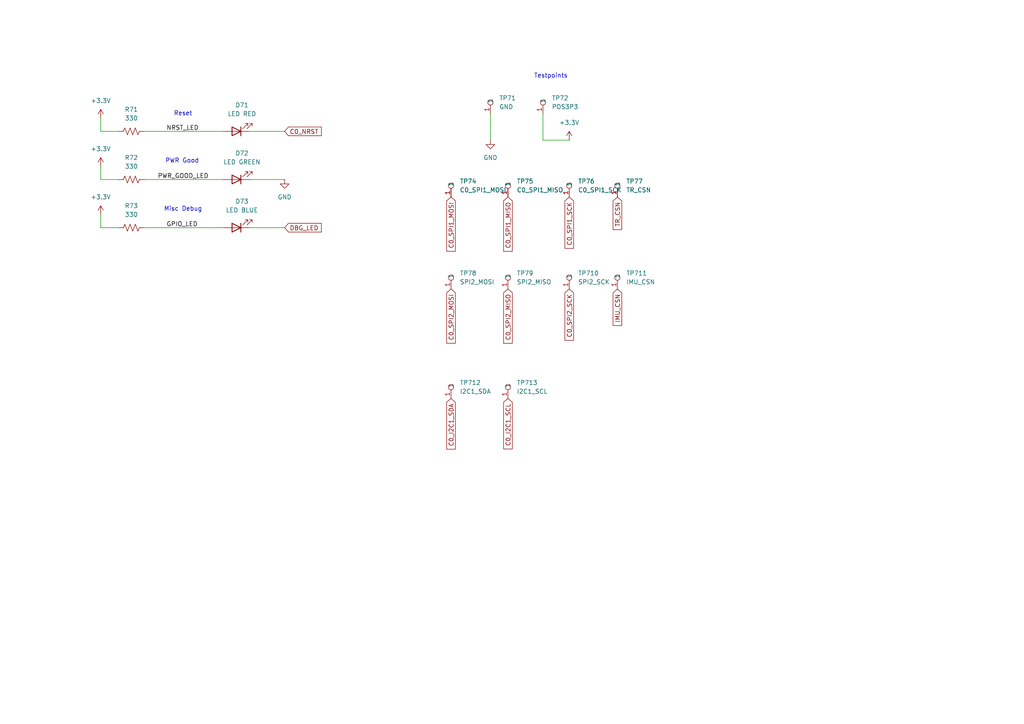
<source format=kicad_sch>
(kicad_sch (version 20250114) (generator "eeschema") (generator_version "9.0")
  (paper "A4")
  (title_block (title "Debug") (date "2026-01-30") (rev "0-1"))
  (lib_symbols
    (symbol "Device:LED" (pin_numbers (hide yes)) (pin_names (offset 1.016) (hide yes))
      (property "Reference" "D" (at 0 2.54 0))
      (property "Value" "LED" (at 0 -2.54 0))
      (symbol "LED_0_1"
        (polyline (pts (xy -3.048 -0.762) (xy -4.572 -2.286) (xy -3.81 -2.286) (xy -4.572 -2.286) (xy -4.572 -1.524)))
        (polyline (pts (xy -1.778 -0.762) (xy -3.302 -2.286) (xy -2.54 -2.286) (xy -3.302 -2.286) (xy -3.302 -1.524)))
        (polyline (pts (xy -1.27 0) (xy 1.27 0)))
        (polyline (pts (xy -1.27 -1.27) (xy -1.27 1.27)) (stroke (width 0.254)))
        (polyline (pts (xy 1.27 -1.27) (xy 1.27 1.27) (xy -1.27 0) (xy 1.27 -1.27)) (stroke (width 0.254)))
      )
      (symbol "LED_1_1"
        (pin passive line (at -3.81 0 0) (length 2.54) (name "K") (number "1"))
        (pin passive line (at 3.81 0 180) (length 2.54) (name "A") (number "2"))
      )
    )
    (symbol "Device:R_US" (pin_numbers (hide yes)) (pin_names (offset 0))
      (property "Reference" "R" (at 2.54 0 90))
      (property "Value" "R_US" (at -2.54 0 90))
      (symbol "R_US_0_1"
        (polyline (pts (xy 0 2.286) (xy 0 2.54)))
        (polyline (pts (xy 0 2.286) (xy 1.016 1.905) (xy 0 1.524) (xy -1.016 1.143) (xy 0 0.762)))
        (polyline (pts (xy 0 0.762) (xy 1.016 0.381) (xy 0 0) (xy -1.016 -0.381) (xy 0 -0.762)))
        (polyline (pts (xy 0 -0.762) (xy 1.016 -1.143) (xy 0 -1.524) (xy -1.016 -1.905) (xy 0 -2.286)))
        (polyline (pts (xy 0 -2.286) (xy 0 -2.54)))
      )
      (symbol "R_US_1_1"
        (pin passive line (at 0 3.81 270) (length 1.27) (name "~") (number "1"))
        (pin passive line (at 0 -3.81 90) (length 1.27) (name "~") (number "2"))
      )
    )
    (symbol "Global:Testpoint"
      (property "Reference" "TP" (at 0 5.334 0))
      (symbol "Testpoint_0_1"
        (circle (center 0 3.302) (radius 0.762))
      )
      (symbol "Testpoint_1_1"
        (pin passive line (at 0 0 90) (length 2.54) (name "1") (number "1"))
      )
    )
    (symbol "power:+3.3V" (power) (pin_numbers (hide yes)) (pin_names (offset 0) (hide yes))
      (property "Value" "+3.3V" (at 0 3.556 0))
      (symbol "+3.3V_0_1"
        (polyline (pts (xy -0.762 1.27) (xy 0 2.54)))
        (polyline (pts (xy 0 2.54) (xy 0.762 1.27)))
        (polyline (pts (xy 0 0) (xy 0 2.54)))
      )
      (symbol "+3.3V_1_1"
        (pin power_in line (at 0 0 90) (length 0) (name "~") (number "1"))
      )
    )
    (symbol "power:GND" (power) (pin_numbers (hide yes)) (pin_names (offset 0) (hide yes))
      (property "Value" "GND" (at 0 -3.81 0))
      (symbol "GND_0_1"
        (polyline (pts (xy 0 0) (xy 0 -1.27) (xy 1.27 -1.27) (xy 0 -2.54) (xy -1.27 -1.27) (xy 0 -1.27)))
      )
      (symbol "GND_1_1"
        (pin power_in line (at 0 0 270) (length 0) (name "~") (number "1"))
      )
    )
  )
  (text "Misc Debug" (at 53.086 60.706 0) (effects (font (size 1.27 1.27))))
  (text "Reset" (at 53.086 33.02 0) (effects (font (size 1.27 1.27))))
  (text "Testpoints" (at 159.766 22.098 0) (effects (font (size 1.27 1.27))))
  (text "PWR Good" (at 52.832 46.736 0) (effects (font (size 1.27 1.27))))
  (wire (pts (xy 157.48 40.64) (xy 165.1 40.64)))
  (wire (pts (xy 142.24 33.02) (xy 142.24 40.64)))
  (wire (pts (xy 29.21 66.04) (xy 34.29 66.04)))
  (wire (pts (xy 29.21 62.23) (xy 29.21 66.04)))
  (wire (pts (xy 41.91 52.07) (xy 64.77 52.07)))
  (wire (pts (xy 41.91 38.1) (xy 64.77 38.1)))
  (wire (pts (xy 29.21 38.1) (xy 34.29 38.1)))
  (wire (pts (xy 72.39 66.04) (xy 82.55 66.04)))
  (wire (pts (xy 29.21 52.07) (xy 29.21 48.26)))
  (wire (pts (xy 41.91 66.04) (xy 64.77 66.04)))
  (wire (pts (xy 72.39 52.07) (xy 82.55 52.07)))
  (wire (pts (xy 157.48 33.02) (xy 157.48 40.64)))
  (wire (pts (xy 34.29 52.07) (xy 29.21 52.07)))
  (wire (pts (xy 72.39 38.1) (xy 82.55 38.1)))
  (wire (pts (xy 29.21 34.29) (xy 29.21 38.1)))
  (label "GPIO_LED" (at 48.26 66.04 0))
  (label "PWR_GOOD_LED" (at 45.72 52.07 0))
  (label "NRST_LED" (at 48.26 38.1 0))
  (global_label "C0_SPI1_MISO" (shape input) (at 147.32 57.15 270) (property "Intersheetrefs" "${INTERSHEET_REFS}" (at 147.32 73.4399 90) (effects (justify right))))
  (global_label "C0_I2C1_SCL" (shape input) (at 147.32 115.57 270) (property "Intersheetrefs" "${INTERSHEET_REFS}" (at 147.32 130.7713 90) (effects (justify right))))
  (global_label "TR_CSN" (shape input) (at 179.07 57.15 270) (property "Intersheetrefs" "${INTERSHEET_REFS}" (at 179.07 67.1504 90) (effects (justify right))))
  (global_label "C0_SPI2_SCK" (shape input) (at 165.1 83.82 270) (property "Intersheetrefs" "${INTERSHEET_REFS}" (at 165.1 99.2632 90) (effects (justify right))))
  (global_label "IMU_CSN" (shape input) (at 179.07 83.82 270) (property "Intersheetrefs" "${INTERSHEET_REFS}" (at 179.07 94.9695 90) (effects (justify right))))
  (global_label "C0_SPI1_SCK" (shape input) (at 165.1 57.15 270) (property "Intersheetrefs" "${INTERSHEET_REFS}" (at 165.1 72.5932 90) (effects (justify right))))
  (global_label "C0_I2C1_SDA" (shape input) (at 130.81 115.57 270) (property "Intersheetrefs" "${INTERSHEET_REFS}" (at 130.81 130.8318 90) (effects (justify right))))
  (global_label "C0_SPI2_MOSI" (shape input) (at 130.81 83.82 270) (property "Intersheetrefs" "${INTERSHEET_REFS}" (at 130.81 100.1099 90) (effects (justify right))))
  (global_label "DBG_LED" (shape input) (at 82.55 66.04 0) (property "Intersheetrefs" "${INTERSHEET_REFS}" (at 90.3128 66.04 0) (effects (justify left))))
  (global_label "C0_NRST" (shape input) (at 82.55 38.1 0) (property "Intersheetrefs" "${INTERSHEET_REFS}" (at 93.7599 38.1 0) (effects (justify left))))
  (global_label "C0_SPI1_MOSI" (shape input) (at 130.81 57.15 270) (property "Intersheetrefs" "${INTERSHEET_REFS}" (at 130.81 73.4399 90) (effects (justify right))))
  (global_label "C0_SPI2_MISO" (shape input) (at 147.32 83.82 270) (property "Intersheetrefs" "${INTERSHEET_REFS}" (at 147.32 100.1099 90) (effects (justify right))))
  (symbol (lib_id "Global:Testpoint") (at 130.81 57.15 0) (unit 1)
    (property "Reference" "TP74" (at 133.35 52.5779 0) (effects (justify left)))
    (property "Value" "C0_SPI1_MOSI" (at 133.35 55.1179 0) (effects (justify left)))
    (property "Footprint" "Library:Testpoint 1.6mm x 0.8mm" (effects (hide yes)))
  )
  (symbol (lib_id "Global:Testpoint") (at 142.24 33.02 0) (unit 1)
    (property "Reference" "TP71" (at 144.78 28.4479 0) (effects (justify left)))
    (property "Value" "GND" (at 144.78 30.9879 0) (effects (justify left)))
    (property "Footprint" "Library:Testpoint 1.6mm x 0.8mm" (effects (hide yes)))
  )
  (symbol (lib_id "Global:Testpoint") (at 130.81 115.57 0) (unit 1)
    (property "Reference" "TP712" (at 133.35 110.9979 0) (effects (justify left)))
    (property "Value" "I2C1_SDA" (at 133.35 113.5379 0) (effects (justify left)))
    (property "Footprint" "Library:Testpoint 1.6mm x 0.8mm" (effects (hide yes)))
  )
  (symbol (lib_id "power:GND") (at 142.24 40.64 0) (unit 1)
    (property "Reference" "#PWR085" (effects (hide yes)))
    (property "Value" "GND" (at 142.24 45.72 0))
    (property "Description" "Power symbol creates a global label with name \"GND\" , ground" (effects (hide yes)))
  )
  (symbol (lib_id "Global:Testpoint") (at 147.32 83.82 0) (unit 1)
    (property "Reference" "TP79" (at 149.86 79.2479 0) (effects (justify left)))
    (property "Value" "SPI2_MISO" (at 149.86 81.7879 0) (effects (justify left)))
    (property "Footprint" "Library:Testpoint 1.6mm x 0.8mm" (effects (hide yes)))
  )
  (symbol (lib_id "Global:Testpoint") (at 147.32 115.57 0) (unit 1)
    (property "Reference" "TP713" (at 149.86 110.9979 0) (effects (justify left)))
    (property "Value" "I2C1_SCL" (at 149.86 113.5379 0) (effects (justify left)))
    (property "Footprint" "Library:Testpoint 1.6mm x 0.8mm" (effects (hide yes)))
  )
  (symbol (lib_id "Global:Testpoint") (at 130.81 83.82 0) (unit 1)
    (property "Reference" "TP78" (at 133.35 79.2479 0) (effects (justify left)))
    (property "Value" "SPI2_MOSI" (at 133.35 81.7879 0) (effects (justify left)))
    (property "Footprint" "Library:Testpoint 1.6mm x 0.8mm" (effects (hide yes)))
  )
  (symbol (lib_id "Device:R_US") (at 38.1 38.1 90) (unit 1)
    (property "Reference" "R71" (at 38.1 31.75 90))
    (property "Value" "330" (at 38.1 34.29 90))
    (property "Footprint" "Resistor_SMD:R_0402_1005Metric" (effects (hide yes)))
    (property "Description" "Resistor, US symbol" (effects (hide yes)))
  )
  (symbol (lib_id "Global:Testpoint") (at 179.07 83.82 0) (unit 1)
    (property "Reference" "TP711" (at 181.61 79.2479 0) (effects (justify left)))
    (property "Value" "IMU_CSN" (at 181.61 81.7879 0) (effects (justify left)))
    (property "Footprint" "Library:Testpoint 1.6mm x 0.8mm" (effects (hide yes)))
  )
  (symbol (lib_id "Global:Testpoint") (at 165.1 57.15 0) (unit 1)
    (property "Reference" "TP76" (at 167.64 52.5779 0) (effects (justify left)))
    (property "Value" "C0_SPI1_SCK" (at 167.64 55.1179 0) (effects (justify left)))
    (property "Footprint" "Library:Testpoint 1.6mm x 0.8mm" (effects (hide yes)))
  )
  (symbol (lib_id "power:+3.3V") (at 165.1 40.64 0) (unit 1)
    (property "Reference" "#PWR083" (effects (hide yes)))
    (property "Value" "+3.3V" (at 165.1 35.56 0))
    (property "Description" "Power symbol creates a global label with name \"+3.3V\"" (effects (hide yes)))
  )
  (symbol (lib_id "power:+3.3V") (at 29.21 48.26 0) (unit 1)
    (property "Reference" "#PWR051" (effects (hide yes)))
    (property "Value" "+3.3V" (at 29.21 43.18 0))
    (property "Description" "Power symbol creates a global label with name \"+3.3V\"" (effects (hide yes)))
  )
  (symbol (lib_id "power:GND") (at 82.55 52.07 0) (unit 1)
    (property "Reference" "#PWR052" (effects (hide yes)))
    (property "Value" "GND" (at 82.55 57.15 0))
    (property "Description" "Power symbol creates a global label with name \"GND\" , ground" (effects (hide yes)))
  )
  (symbol (lib_id "Device:LED") (at 68.58 38.1 180) (unit 1)
    (property "Reference" "D71" (at 70.1675 30.48 0))
    (property "Value" "LED RED" (at 70.1675 33.02 0))
    (property "Footprint" "LED_SMD:LED_0603_1608Metric" (effects (hide yes)))
    (property "Description" "Light emitting diode" (effects (hide yes)))
    (property "Sim.Pins" "1=K 2=A" (effects (hide yes)))
  )
  (symbol (lib_id "power:+3.3V") (at 29.21 62.23 0) (unit 1)
    (property "Reference" "#PWR053" (effects (hide yes)))
    (property "Value" "+3.3V" (at 29.21 57.15 0))
    (property "Description" "Power symbol creates a global label with name \"+3.3V\"" (effects (hide yes)))
  )
  (symbol (lib_id "Global:Testpoint") (at 165.1 83.82 0) (unit 1)
    (property "Reference" "TP710" (at 167.64 79.2479 0) (effects (justify left)))
    (property "Value" "SPI2_SCK" (at 167.64 81.7879 0) (effects (justify left)))
    (property "Footprint" "Library:Testpoint 1.6mm x 0.8mm" (effects (hide yes)))
  )
  (symbol (lib_id "Device:R_US") (at 38.1 52.07 90) (unit 1)
    (property "Reference" "R72" (at 38.1 45.72 90))
    (property "Value" "330" (at 38.1 48.26 90))
    (property "Footprint" "Resistor_SMD:R_0402_1005Metric" (effects (hide yes)))
    (property "Description" "Resistor, US symbol" (effects (hide yes)))
  )
  (symbol (lib_id "Global:Testpoint") (at 147.32 57.15 0) (unit 1)
    (property "Reference" "TP75" (at 149.86 52.5779 0) (effects (justify left)))
    (property "Value" "C0_SPI1_MISO" (at 149.86 55.1179 0) (effects (justify left)))
    (property "Footprint" "Library:Testpoint 1.6mm x 0.8mm" (effects (hide yes)))
  )
  (symbol (lib_id "Global:Testpoint") (at 157.48 33.02 0) (unit 1)
    (property "Reference" "TP72" (at 160.02 28.4479 0) (effects (justify left)))
    (property "Value" "POS3P3" (at 160.02 30.9879 0) (effects (justify left)))
    (property "Footprint" "Library:Testpoint 1.6mm x 0.8mm" (effects (hide yes)))
  )
  (symbol (lib_id "Global:Testpoint") (at 179.07 57.15 0) (unit 1)
    (property "Reference" "TP77" (at 181.61 52.5779 0) (effects (justify left)))
    (property "Value" "TR_CSN" (at 181.61 55.1179 0) (effects (justify left)))
    (property "Footprint" "Library:Testpoint 1.6mm x 0.8mm" (effects (hide yes)))
  )
  (symbol (lib_id "Device:R_US") (at 38.1 66.04 90) (unit 1)
    (property "Reference" "R73" (at 38.1 59.69 90))
    (property "Value" "330" (at 38.1 62.23 90))
    (property "Footprint" "Resistor_SMD:R_0402_1005Metric" (effects (hide yes)))
    (property "Description" "Resistor, US symbol" (effects (hide yes)))
  )
  (symbol (lib_id "Device:LED") (at 68.58 66.04 180) (unit 1)
    (property "Reference" "D73" (at 70.1675 58.42 0))
    (property "Value" "LED BLUE" (at 70.1675 60.96 0))
    (property "Footprint" "LED_SMD:LED_0603_1608Metric" (effects (hide yes)))
    (property "Description" "Light emitting diode" (effects (hide yes)))
    (property "Sim.Pins" "1=K 2=A" (effects (hide yes)))
  )
  (symbol (lib_id "Device:LED") (at 68.58 52.07 180) (unit 1)
    (property "Reference" "D72" (at 70.1675 44.45 0))
    (property "Value" "LED GREEN" (at 70.1675 46.99 0))
    (property "Footprint" "LED_SMD:LED_0603_1608Metric" (effects (hide yes)))
    (property "Description" "Light emitting diode" (effects (hide yes)))
    (property "Sim.Pins" "1=K 2=A" (effects (hide yes)))
  )
  (symbol (lib_id "power:+3.3V") (at 29.21 34.29 0) (unit 1)
    (property "Reference" "#PWR050" (effects (hide yes)))
    (property "Value" "+3.3V" (at 29.21 29.21 0))
    (property "Description" "Power symbol creates a global label with name \"+3.3V\"" (effects (hide yes)))
  )
)
</source>
